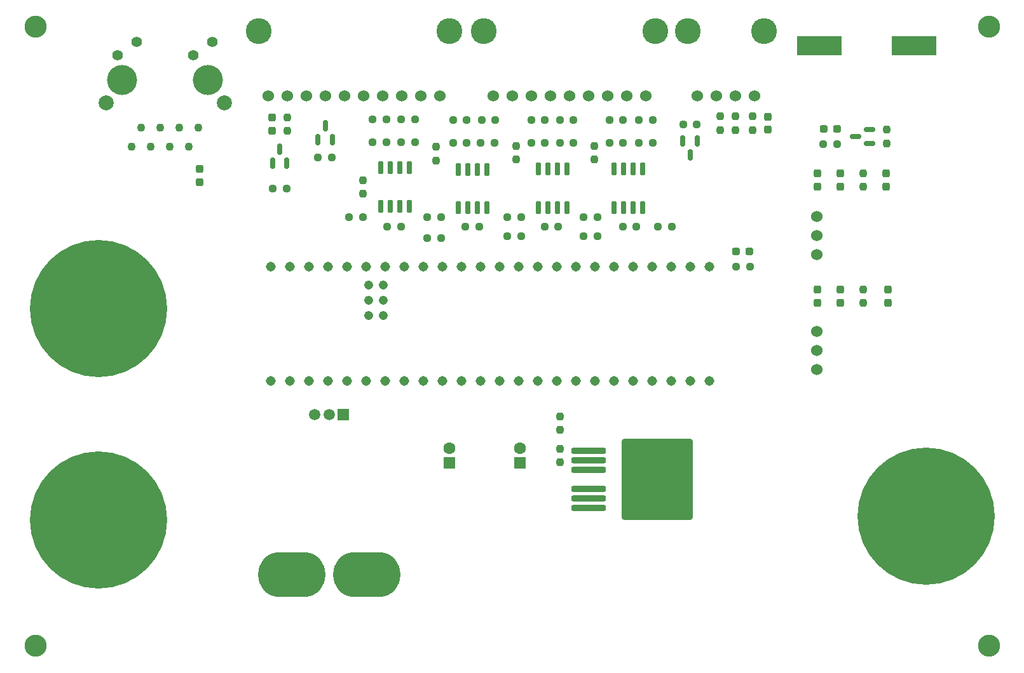
<source format=gbr>
G04 #@! TF.GenerationSoftware,KiCad,Pcbnew,7.0.7*
G04 #@! TF.CreationDate,2023-11-01T18:39:14-05:00*
G04 #@! TF.ProjectId,2024Rev1,32303234-5265-4763-912e-6b696361645f,rev?*
G04 #@! TF.SameCoordinates,Original*
G04 #@! TF.FileFunction,Soldermask,Top*
G04 #@! TF.FilePolarity,Negative*
%FSLAX46Y46*%
G04 Gerber Fmt 4.6, Leading zero omitted, Abs format (unit mm)*
G04 Created by KiCad (PCBNEW 7.0.7) date 2023-11-01 18:39:14*
%MOMM*%
%LPD*%
G01*
G04 APERTURE LIST*
G04 Aperture macros list*
%AMRoundRect*
0 Rectangle with rounded corners*
0 $1 Rounding radius*
0 $2 $3 $4 $5 $6 $7 $8 $9 X,Y pos of 4 corners*
0 Add a 4 corners polygon primitive as box body*
4,1,4,$2,$3,$4,$5,$6,$7,$8,$9,$2,$3,0*
0 Add four circle primitives for the rounded corners*
1,1,$1+$1,$2,$3*
1,1,$1+$1,$4,$5*
1,1,$1+$1,$6,$7*
1,1,$1+$1,$8,$9*
0 Add four rect primitives between the rounded corners*
20,1,$1+$1,$2,$3,$4,$5,0*
20,1,$1+$1,$4,$5,$6,$7,0*
20,1,$1+$1,$6,$7,$8,$9,0*
20,1,$1+$1,$8,$9,$2,$3,0*%
%AMHorizOval*
0 Thick line with rounded ends*
0 $1 width*
0 $2 $3 position (X,Y) of the first rounded end (center of the circle)*
0 $4 $5 position (X,Y) of the second rounded end (center of the circle)*
0 Add line between two ends*
20,1,$1,$2,$3,$4,$5,0*
0 Add two circle primitives to create the rounded ends*
1,1,$1,$2,$3*
1,1,$1,$4,$5*%
G04 Aperture macros list end*
%ADD10RoundRect,0.237500X-0.237500X0.250000X-0.237500X-0.250000X0.237500X-0.250000X0.237500X0.250000X0*%
%ADD11RoundRect,0.150000X-0.150000X0.725000X-0.150000X-0.725000X0.150000X-0.725000X0.150000X0.725000X0*%
%ADD12RoundRect,0.237500X0.250000X0.237500X-0.250000X0.237500X-0.250000X-0.237500X0.250000X-0.237500X0*%
%ADD13RoundRect,0.150000X0.587500X0.150000X-0.587500X0.150000X-0.587500X-0.150000X0.587500X-0.150000X0*%
%ADD14R,6.000000X2.500000*%
%ADD15RoundRect,0.237500X-0.250000X-0.237500X0.250000X-0.237500X0.250000X0.237500X-0.250000X0.237500X0*%
%ADD16C,2.946400*%
%ADD17RoundRect,0.237500X0.237500X-0.250000X0.237500X0.250000X-0.237500X0.250000X-0.237500X-0.250000X0*%
%ADD18RoundRect,0.237500X0.287500X0.237500X-0.287500X0.237500X-0.287500X-0.237500X0.287500X-0.237500X0*%
%ADD19R,1.600000X1.600000*%
%ADD20C,1.600000*%
%ADD21RoundRect,0.237500X0.237500X-0.300000X0.237500X0.300000X-0.237500X0.300000X-0.237500X-0.300000X0*%
%ADD22C,1.524000*%
%ADD23C,18.288000*%
%ADD24RoundRect,0.200000X-2.100000X-0.200000X2.100000X-0.200000X2.100000X0.200000X-2.100000X0.200000X0*%
%ADD25RoundRect,0.250002X-4.449998X-5.149998X4.449998X-5.149998X4.449998X5.149998X-4.449998X5.149998X0*%
%ADD26RoundRect,0.237500X0.237500X-0.287500X0.237500X0.287500X-0.237500X0.287500X-0.237500X-0.287500X0*%
%ADD27RoundRect,0.237500X-0.237500X0.287500X-0.237500X-0.287500X0.237500X-0.287500X0.237500X0.287500X0*%
%ADD28C,1.100000*%
%ADD29C,1.400000*%
%ADD30C,4.000000*%
%ADD31C,2.000000*%
%ADD32C,3.450000*%
%ADD33RoundRect,0.150000X0.150000X-0.587500X0.150000X0.587500X-0.150000X0.587500X-0.150000X-0.587500X0*%
%ADD34RoundRect,0.237500X-0.237500X0.300000X-0.237500X-0.300000X0.237500X-0.300000X0.237500X0.300000X0*%
%ADD35RoundRect,0.150000X-0.150000X0.587500X-0.150000X-0.587500X0.150000X-0.587500X0.150000X0.587500X0*%
%ADD36R,1.500000X1.500000*%
%ADD37C,1.500000*%
%ADD38HorizOval,0.800000X0.000000X0.000000X0.000000X0.000000X0*%
%ADD39HorizOval,0.800000X0.000000X0.000000X0.000000X0.000000X0*%
%ADD40C,0.800000*%
%ADD41O,9.000000X6.000000*%
%ADD42C,1.308000*%
%ADD43C,1.208000*%
G04 APERTURE END LIST*
D10*
X173736000Y-56745500D03*
X173736000Y-58570500D03*
D11*
X159408500Y-59875500D03*
X158138500Y-59875500D03*
X156868500Y-59875500D03*
X155598500Y-59875500D03*
X155598500Y-65025500D03*
X156868500Y-65025500D03*
X158138500Y-65025500D03*
X159408500Y-65025500D03*
D10*
X212725000Y-54586500D03*
X212725000Y-56411500D03*
D12*
X174140500Y-68834000D03*
X172315500Y-68834000D03*
D13*
X210440500Y-56449000D03*
X210440500Y-54549000D03*
X208565500Y-55499000D03*
D14*
X216358000Y-43434000D03*
X203758000Y-43434000D03*
D15*
X158623000Y-56388000D03*
X160448000Y-56388000D03*
D11*
X149098000Y-59690000D03*
X147828000Y-59690000D03*
X146558000Y-59690000D03*
X145288000Y-59690000D03*
X145288000Y-64840000D03*
X146558000Y-64840000D03*
X147828000Y-64840000D03*
X149098000Y-64840000D03*
D16*
X99314000Y-123444000D03*
D10*
X142945505Y-61317500D03*
X142945505Y-63142500D03*
D15*
X169164000Y-56388000D03*
X170989000Y-56388000D03*
D17*
X192588495Y-54657000D03*
X192588495Y-52832000D03*
X169164000Y-98956500D03*
X169164000Y-97131500D03*
D18*
X194423000Y-70866000D03*
X192673000Y-70866000D03*
D19*
X154432000Y-99060000D03*
D20*
X154432000Y-97060000D03*
D21*
X206502000Y-77671000D03*
X206502000Y-75946000D03*
D15*
X146153500Y-67564000D03*
X147978500Y-67564000D03*
D22*
X203427500Y-71261500D03*
X203427500Y-68721500D03*
X203427500Y-66181500D03*
D15*
X192635500Y-72898000D03*
X194460500Y-72898000D03*
D23*
X107696000Y-106680000D03*
D24*
X172974000Y-97390000D03*
X172974000Y-98660000D03*
X172974000Y-99930000D03*
D25*
X182124000Y-101200000D03*
D24*
X172974000Y-102470000D03*
X172974000Y-103740000D03*
X172974000Y-105010000D03*
D12*
X138758995Y-58341500D03*
X136933995Y-58341500D03*
D21*
X203454000Y-62177000D03*
X203454000Y-60452000D03*
D11*
X180213000Y-59805500D03*
X178943000Y-59805500D03*
X177673000Y-59805500D03*
X176403000Y-59805500D03*
X176403000Y-64955500D03*
X177673000Y-64955500D03*
X178943000Y-64955500D03*
X180213000Y-64955500D03*
X170100000Y-59805500D03*
X168830000Y-59805500D03*
X167560000Y-59805500D03*
X166290000Y-59805500D03*
X166290000Y-64955500D03*
X167560000Y-64955500D03*
X168830000Y-64955500D03*
X170100000Y-64955500D03*
D15*
X172315500Y-66294000D03*
X174140500Y-66294000D03*
X204272500Y-56515000D03*
X206097500Y-56515000D03*
D12*
X132738500Y-62484000D03*
X130913500Y-62484000D03*
D26*
X212852000Y-77683500D03*
X212852000Y-75933500D03*
D27*
X130866495Y-52973000D03*
X130866495Y-54723000D03*
D28*
X121031000Y-54304500D03*
X119761000Y-56844500D03*
X118491000Y-54304500D03*
X117221000Y-56844500D03*
X115951000Y-54304500D03*
X114681000Y-56844500D03*
X113411000Y-54304500D03*
X112141000Y-56844500D03*
D29*
X122911000Y-42874500D03*
X120371000Y-44664500D03*
X112801000Y-42874500D03*
X110261000Y-44664500D03*
D30*
X122301000Y-47954500D03*
X110871000Y-47954500D03*
D31*
X124461000Y-51004500D03*
X108711000Y-51004500D03*
D15*
X165354000Y-53340000D03*
X167179000Y-53340000D03*
D26*
X212598000Y-62189500D03*
X212598000Y-60439500D03*
D22*
X203425500Y-86614000D03*
X203425500Y-84074000D03*
X203425500Y-81534000D03*
D15*
X162155500Y-66294000D03*
X163980500Y-66294000D03*
D12*
X170989000Y-53340000D03*
X169164000Y-53340000D03*
D15*
X148025505Y-56272500D03*
X149850505Y-56272500D03*
D10*
X209550000Y-75896000D03*
X209550000Y-77721000D03*
D15*
X156591000Y-67564000D03*
X158416000Y-67564000D03*
D12*
X149850505Y-53224500D03*
X148025505Y-53224500D03*
D32*
X129032000Y-41448000D03*
X154432000Y-41448000D03*
D22*
X130302000Y-50084000D03*
X132842000Y-50084000D03*
X135382000Y-50084000D03*
X137922000Y-50084000D03*
X140462000Y-50084000D03*
X143002000Y-50084000D03*
X145542000Y-50084000D03*
X148082000Y-50084000D03*
X150622000Y-50084000D03*
X153162000Y-50084000D03*
D15*
X144215505Y-56272500D03*
X146040505Y-56272500D03*
D21*
X203452000Y-77671000D03*
X203452000Y-75946000D03*
D23*
X217932000Y-106172000D03*
D33*
X136962495Y-55977000D03*
X138862495Y-55977000D03*
X137912495Y-54102000D03*
D12*
X184046500Y-67564000D03*
X182221500Y-67564000D03*
D16*
X226314000Y-123444000D03*
D15*
X165354000Y-56388000D03*
X167179000Y-56388000D03*
D10*
X190500000Y-52832000D03*
X190500000Y-54657000D03*
D26*
X196850000Y-54596000D03*
X196850000Y-52846000D03*
D17*
X132898495Y-54760500D03*
X132898495Y-52935500D03*
D19*
X163830000Y-99060000D03*
D20*
X163830000Y-97060000D03*
D10*
X209550000Y-60402000D03*
X209550000Y-62227000D03*
D16*
X226314000Y-40894000D03*
D34*
X121158000Y-59843500D03*
X121158000Y-61568500D03*
D35*
X187452000Y-56134000D03*
X185552000Y-56134000D03*
X186502000Y-58009000D03*
D12*
X153312500Y-69088000D03*
X151487500Y-69088000D03*
D15*
X154940000Y-53340000D03*
X156765000Y-53340000D03*
D12*
X163980500Y-68834000D03*
X162155500Y-68834000D03*
D21*
X206502000Y-62177000D03*
X206502000Y-60452000D03*
D10*
X194818000Y-52808500D03*
X194818000Y-54633500D03*
X152654000Y-56896000D03*
X152654000Y-58721000D03*
D15*
X175768000Y-53340000D03*
X177593000Y-53340000D03*
X167132000Y-67564000D03*
X168957000Y-67564000D03*
D17*
X169164000Y-94638500D03*
X169164000Y-92813500D03*
D15*
X144215505Y-53224500D03*
X146040505Y-53224500D03*
X151487500Y-66294000D03*
X153312500Y-66294000D03*
D12*
X187428500Y-53874500D03*
X185603500Y-53874500D03*
D16*
X99314000Y-40894000D03*
D32*
X159004000Y-41448000D03*
X181864000Y-41448000D03*
D22*
X160274000Y-50084000D03*
X162814000Y-50084000D03*
X165354000Y-50084000D03*
X167894000Y-50084000D03*
X170434000Y-50084000D03*
X172974000Y-50084000D03*
X175514000Y-50084000D03*
X178054000Y-50084000D03*
X180594000Y-50084000D03*
D15*
X177546000Y-67564000D03*
X179371000Y-67564000D03*
D36*
X140330000Y-92569000D03*
D37*
X138420000Y-92569000D03*
X136510000Y-92569000D03*
D38*
X137370000Y-114599000D03*
D39*
X137370000Y-113339000D03*
D40*
X136620000Y-115629000D03*
X136620000Y-112309000D03*
X135420000Y-116019000D03*
X135420000Y-111919000D03*
X134090000Y-116019000D03*
X134090000Y-111919000D03*
D41*
X133420000Y-113969000D03*
D40*
X132750000Y-116019000D03*
X132750000Y-111919000D03*
X131420000Y-116019000D03*
X131420000Y-111919000D03*
X130220000Y-115629000D03*
X130220000Y-112309000D03*
X129470000Y-114599000D03*
X129470000Y-113339000D03*
X147370000Y-114599000D03*
X147370000Y-113339000D03*
X146620000Y-115629000D03*
X146620000Y-112309000D03*
X145420000Y-116019000D03*
X145420000Y-111919000D03*
X144090000Y-116019000D03*
X144090000Y-111919000D03*
D41*
X143420000Y-113969000D03*
D40*
X142750000Y-116019000D03*
X142750000Y-111919000D03*
X141420000Y-116019000D03*
X141420000Y-111919000D03*
X140220000Y-115629000D03*
X140220000Y-112309000D03*
D39*
X139470000Y-114599000D03*
D38*
X139470000Y-113339000D03*
D10*
X163322000Y-56745500D03*
X163322000Y-58570500D03*
D15*
X154940000Y-56388000D03*
X156765000Y-56388000D03*
D32*
X186238495Y-41448000D03*
X196398495Y-41448000D03*
D22*
X187508495Y-50084000D03*
X190048495Y-50084000D03*
X192588495Y-50084000D03*
X195128495Y-50084000D03*
D18*
X206060000Y-54483000D03*
X204310000Y-54483000D03*
D12*
X181506500Y-53340000D03*
X179681500Y-53340000D03*
X160575000Y-53340000D03*
X158750000Y-53340000D03*
D23*
X107696000Y-78486000D03*
D15*
X179681500Y-56388000D03*
X181506500Y-56388000D03*
X175768000Y-56388000D03*
X177593000Y-56388000D03*
D42*
X133237000Y-88138000D03*
X135777000Y-88138000D03*
X138317000Y-88138000D03*
X140857000Y-88138000D03*
X166257000Y-88138000D03*
X135777000Y-72898000D03*
X143397000Y-88138000D03*
X145937000Y-88138000D03*
X148477000Y-88138000D03*
X151017000Y-88138000D03*
X153557000Y-88138000D03*
X156097000Y-88138000D03*
X158637000Y-88138000D03*
X161177000Y-88138000D03*
X163717000Y-88138000D03*
X163717000Y-72898000D03*
X161177000Y-72898000D03*
X158637000Y-72898000D03*
X156097000Y-72898000D03*
X153557000Y-72898000D03*
X151017000Y-72898000D03*
X148477000Y-72898000D03*
X145937000Y-72898000D03*
X143397000Y-72898000D03*
X140857000Y-72898000D03*
X138317000Y-72898000D03*
X168797000Y-88138000D03*
X171337000Y-88138000D03*
X173877000Y-88138000D03*
X176417000Y-88138000D03*
X178957000Y-88138000D03*
X181497000Y-88138000D03*
X184037000Y-88138000D03*
X186577000Y-88138000D03*
X189117000Y-88138000D03*
X189117000Y-72898000D03*
X186577000Y-72898000D03*
X184037000Y-72898000D03*
X181497000Y-72898000D03*
X178957000Y-72898000D03*
X176417000Y-72898000D03*
X173877000Y-72898000D03*
X171337000Y-72898000D03*
X168797000Y-72898000D03*
X130697000Y-88138000D03*
X166257000Y-72898000D03*
X133237000Y-72898000D03*
D43*
X145667000Y-77348000D03*
X143667000Y-77348000D03*
X143667000Y-75348000D03*
X145667000Y-75348000D03*
X145667000Y-79348000D03*
X143667000Y-79348000D03*
D42*
X130697000Y-72898000D03*
D15*
X141073500Y-66294000D03*
X142898500Y-66294000D03*
D33*
X130876000Y-59103500D03*
X132776000Y-59103500D03*
X131826000Y-57228500D03*
M02*

</source>
